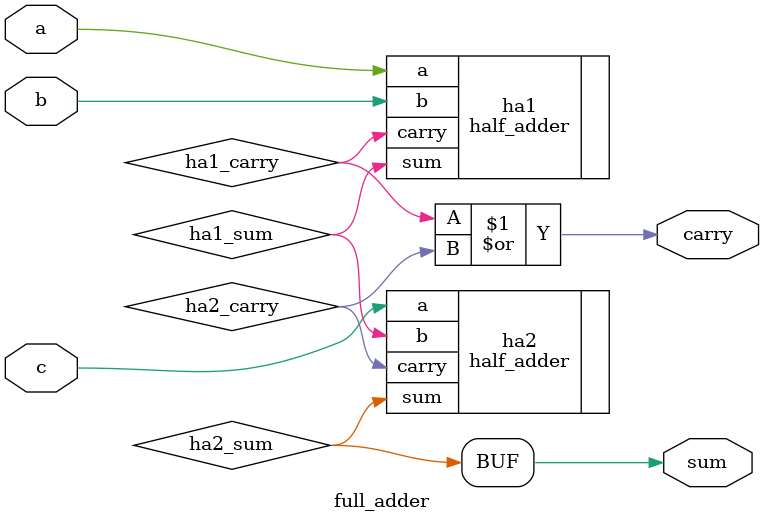
<source format=v>
module full_adder(
    a,  //input A
    b,  //input B
    c,  //input C
    sum,
    carry
    );

    //what are the input ports.
    input a;
    input b;
     input c;
    //What are the output ports.
    output sum;
     output carry;
     //Internal variables
     wire ha1_sum;
     wire ha2_sum;
     wire ha1_carry;
     wire ha2_carry;
     wire sum;
     wire carry;

     //Instantiate the half adder 1
    half_adder  ha1(
        .a(a),
        .b(b),
        .sum(ha1_sum),
        .carry(ha1_carry)
    );
    
    //Instantiate the half adder 2
    half_adder  ha2(
        .a(c),
        .b(ha1_sum),
        .sum(ha2_sum),
        .carry(ha2_carry)
    );

    //sum output from 2nd half adder is connected to full adder output
    assign sum = ha2_sum;  
    //The carry's from both the half adders are OR'ed to get the final carry./
    assign carry = ha1_carry | ha2_carry;
    
endmodule

</source>
